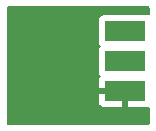
<source format=gbr>
%TF.GenerationSoftware,KiCad,Pcbnew,8.0.3*%
%TF.CreationDate,2024-06-30T23:15:20-04:00*%
%TF.ProjectId,Kulp_EEPROM,4b756c70-5f45-4455-9052-4f4d2e6b6963,rev?*%
%TF.SameCoordinates,Original*%
%TF.FileFunction,Copper,L1,Top*%
%TF.FilePolarity,Positive*%
%FSLAX46Y46*%
G04 Gerber Fmt 4.6, Leading zero omitted, Abs format (unit mm)*
G04 Created by KiCad (PCBNEW 8.0.3) date 2024-06-30 23:15:20*
%MOMM*%
%LPD*%
G01*
G04 APERTURE LIST*
%TA.AperFunction,SMDPad,CuDef*%
%ADD10R,3.500000X1.700000*%
%TD*%
%TA.AperFunction,ViaPad*%
%ADD11C,0.600000*%
%TD*%
%TA.AperFunction,Conductor*%
%ADD12C,0.500000*%
%TD*%
G04 APERTURE END LIST*
D10*
%TO.P,J1,1,Pin_1*%
%TO.N,unconnected-(J1-Pin_1-Pad1)*%
X139447500Y-111355000D03*
%TO.P,J1,3,Pin_3*%
%TO.N,unconnected-(J1-Pin_3-Pad3)*%
X139447500Y-113910000D03*
%TO.P,J1,5,Pin_5*%
%TO.N,GND*%
X139447500Y-116435000D03*
%TD*%
D11*
%TO.N,GND*%
X138650000Y-118950000D03*
X132025000Y-116150000D03*
X133900000Y-116100000D03*
%TD*%
D12*
%TO.N,GND*%
X138850000Y-118950000D02*
X139450000Y-118350000D01*
X138650000Y-118950000D02*
X138850000Y-118950000D01*
X139450000Y-118350000D02*
X139450000Y-117332500D01*
X132025000Y-116150000D02*
X133850000Y-116150000D01*
X133850000Y-116150000D02*
X133900000Y-116100000D01*
%TD*%
%TA.AperFunction,Conductor*%
%TO.N,GND*%
G36*
X141442539Y-109270185D02*
G01*
X141488294Y-109322989D01*
X141499500Y-109374500D01*
X141499500Y-109904865D01*
X141479815Y-109971904D01*
X141427011Y-110017659D01*
X141357853Y-110027603D01*
X141332169Y-110021048D01*
X141304981Y-110010908D01*
X141304983Y-110010908D01*
X141245383Y-110004501D01*
X141245381Y-110004500D01*
X141245373Y-110004500D01*
X141245364Y-110004500D01*
X137649629Y-110004500D01*
X137649623Y-110004501D01*
X137590016Y-110010908D01*
X137455171Y-110061202D01*
X137455164Y-110061206D01*
X137339955Y-110147452D01*
X137339952Y-110147455D01*
X137253706Y-110262664D01*
X137253702Y-110262671D01*
X137203408Y-110397517D01*
X137197001Y-110457116D01*
X137197000Y-110457135D01*
X137197000Y-112252870D01*
X137197001Y-112252876D01*
X137203408Y-112312483D01*
X137253702Y-112447328D01*
X137253704Y-112447331D01*
X137336692Y-112558189D01*
X137361109Y-112623653D01*
X137346257Y-112691926D01*
X137336692Y-112706811D01*
X137253704Y-112817668D01*
X137253702Y-112817671D01*
X137203408Y-112952517D01*
X137197001Y-113012116D01*
X137197000Y-113012135D01*
X137197000Y-114807870D01*
X137197001Y-114807876D01*
X137203408Y-114867483D01*
X137253702Y-115002328D01*
X137253704Y-115002331D01*
X137325775Y-115098606D01*
X137350193Y-115164068D01*
X137335342Y-115232341D01*
X137325776Y-115247227D01*
X137254147Y-115342911D01*
X137254145Y-115342913D01*
X137203903Y-115477620D01*
X137203901Y-115477627D01*
X137197500Y-115537155D01*
X137197500Y-116185000D01*
X139573500Y-116185000D01*
X139640539Y-116204685D01*
X139686294Y-116257489D01*
X139697500Y-116309000D01*
X139697500Y-117785000D01*
X141245328Y-117785000D01*
X141245344Y-117784999D01*
X141304872Y-117778598D01*
X141304876Y-117778597D01*
X141332166Y-117768419D01*
X141401858Y-117763435D01*
X141463181Y-117796919D01*
X141496666Y-117858242D01*
X141499500Y-117884601D01*
X141499500Y-119175500D01*
X141479815Y-119242539D01*
X141427011Y-119288294D01*
X141375500Y-119299500D01*
X129524500Y-119299500D01*
X129457461Y-119279815D01*
X129411706Y-119227011D01*
X129400500Y-119175500D01*
X129400500Y-117332844D01*
X137197500Y-117332844D01*
X137203901Y-117392372D01*
X137203903Y-117392379D01*
X137254145Y-117527086D01*
X137254149Y-117527093D01*
X137340309Y-117642187D01*
X137340312Y-117642190D01*
X137455406Y-117728350D01*
X137455413Y-117728354D01*
X137590120Y-117778596D01*
X137590127Y-117778598D01*
X137649655Y-117784999D01*
X137649672Y-117785000D01*
X139197500Y-117785000D01*
X139197500Y-116685000D01*
X137197500Y-116685000D01*
X137197500Y-117332844D01*
X129400500Y-117332844D01*
X129400500Y-109374500D01*
X129420185Y-109307461D01*
X129472989Y-109261706D01*
X129524500Y-109250500D01*
X141375500Y-109250500D01*
X141442539Y-109270185D01*
G37*
%TD.AperFunction*%
%TD*%
M02*

</source>
